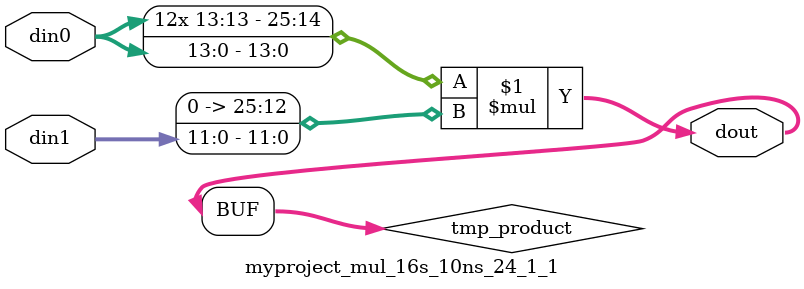
<source format=v>

`timescale 1 ns / 1 ps

  module myproject_mul_16s_10ns_24_1_1(din0, din1, dout);
parameter ID = 1;
parameter NUM_STAGE = 0;
parameter din0_WIDTH = 14;
parameter din1_WIDTH = 12;
parameter dout_WIDTH = 26;

input [din0_WIDTH - 1 : 0] din0; 
input [din1_WIDTH - 1 : 0] din1; 
output [dout_WIDTH - 1 : 0] dout;

wire signed [dout_WIDTH - 1 : 0] tmp_product;












assign tmp_product = $signed(din0) * $signed({1'b0, din1});









assign dout = tmp_product;







endmodule

</source>
